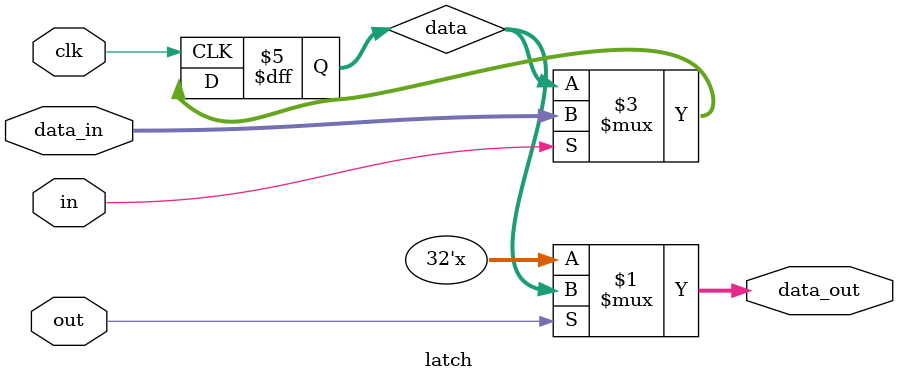
<source format=v>
`timescale 1ns / 1ps

module latch(
        input clk,
        input in,
        input out,
        input [31:0] data_in,
        output [31:0] data_out
    );
    reg [31:0]data;
    assign data_out = (out) ? data : 32'bz;
    always@(negedge clk) begin
        if(in) begin
            data <= data_in;
        end
        else;
    end
endmodule

</source>
